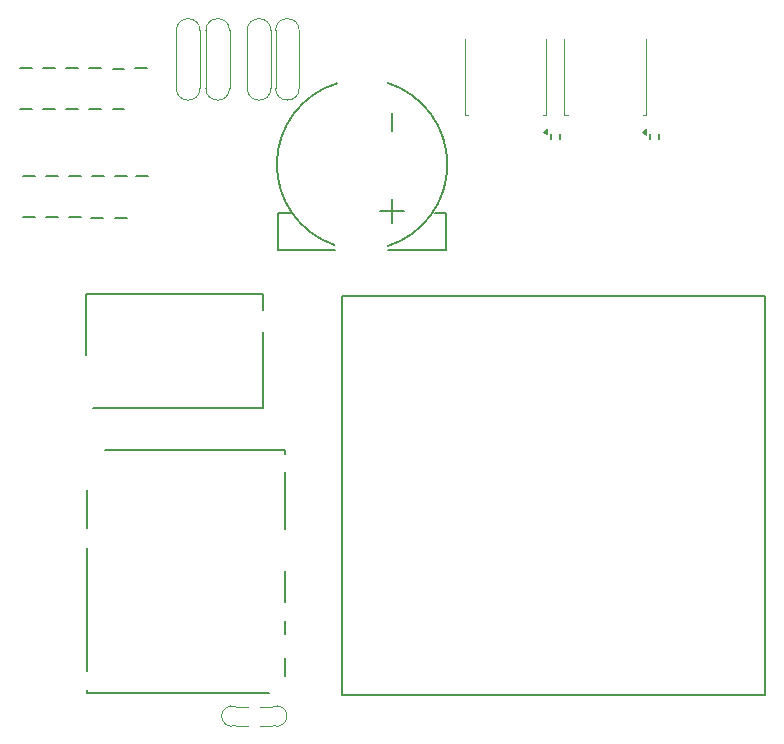
<source format=gbo>
G04 #@! TF.GenerationSoftware,KiCad,Pcbnew,8.0.9-8.0.9-0~ubuntu24.04.1*
G04 #@! TF.CreationDate,2025-11-11T04:04:05+00:00*
G04 #@! TF.ProjectId,PROLT,50524f4c-542e-46b6-9963-61645f706362,rev?*
G04 #@! TF.SameCoordinates,Original*
G04 #@! TF.FileFunction,Legend,Bot*
G04 #@! TF.FilePolarity,Positive*
%FSLAX46Y46*%
G04 Gerber Fmt 4.6, Leading zero omitted, Abs format (unit mm)*
G04 Created by KiCad (PCBNEW 8.0.9-8.0.9-0~ubuntu24.04.1) date 2025-11-11 04:04:05*
%MOMM*%
%LPD*%
G01*
G04 APERTURE LIST*
%ADD10C,0.120000*%
%ADD11C,0.200000*%
%ADD12C,0.099060*%
%ADD13C,0.203200*%
%ADD14C,0.150012*%
G04 APERTURE END LIST*
D10*
G04 #@! TO.C,F7*
X27400000Y55100000D02*
X27400000Y59950000D01*
X29400000Y55100000D02*
X29400000Y59950000D01*
X27400000Y59950000D02*
G75*
G02*
X29400000Y59950000I1000000J0D01*
G01*
X29400000Y55050000D02*
G75*
G02*
X27400000Y55050000I-1000000J0D01*
G01*
D11*
G04 #@! TO.C,M1*
X33000000Y3700000D02*
X33000000Y37500010D01*
X68799990Y37500010D02*
X33000000Y37500010D01*
X68799990Y3700000D02*
X33000000Y3700000D01*
X68799990Y3700000D02*
X68799990Y37500010D01*
D10*
G04 #@! TO.C,F5*
X21500000Y55100000D02*
X21500000Y59950000D01*
X23500000Y55100000D02*
X23500000Y59950000D01*
X21500000Y59950000D02*
G75*
G02*
X23500000Y59950000I1000000J0D01*
G01*
X23500000Y55050000D02*
G75*
G02*
X21500000Y55050000I-1000000J0D01*
G01*
D12*
G04 #@! TO.C,R16*
X24076000Y1100000D02*
X25092000Y1100000D01*
X25092000Y2700000D02*
X24076000Y2700000D01*
X26108000Y1100000D02*
X27124000Y1100000D01*
X27124000Y2700000D02*
X26108000Y2700000D01*
D10*
X24021000Y1098362D02*
G75*
G02*
X24025000Y2700000I-326000J801638D01*
G01*
X27175000Y2700000D02*
G75*
G02*
X27183602Y1096505I330000J-800000D01*
G01*
G04 #@! TO.C,F4*
X19000000Y55100000D02*
X19000000Y59950000D01*
X21000000Y55100000D02*
X21000000Y59950000D01*
X19000000Y59950000D02*
G75*
G02*
X21000000Y59950000I1000000J0D01*
G01*
X21000000Y55050000D02*
G75*
G02*
X19000000Y55050000I-1000000J0D01*
G01*
G04 #@! TO.C,F6*
X25000000Y55100000D02*
X25000000Y59950000D01*
X27000000Y55100000D02*
X27000000Y59950000D01*
X25000000Y59950000D02*
G75*
G02*
X27000000Y59950000I1000000J0D01*
G01*
X27000000Y55050000D02*
G75*
G02*
X25000000Y55050000I-1000000J0D01*
G01*
D11*
G04 #@! TO.C,M2*
X11362500Y37600000D02*
X11362500Y32500000D01*
X11962500Y28000000D02*
X26362500Y28000000D01*
X26362500Y37600000D02*
X11362500Y37600000D01*
X26362500Y37600000D02*
X26362500Y36300000D01*
X26362500Y28000000D02*
X26362500Y34400000D01*
G04 #@! TO.C,M3*
X11424999Y17824999D02*
X11424999Y21025002D01*
X11424999Y5724999D02*
X11424999Y16125001D01*
X11424999Y3824999D02*
X11424999Y4124999D01*
X11424999Y3824999D02*
X26824999Y3824999D01*
X12924999Y24424997D02*
X28224998Y24424999D01*
X28224996Y17725001D02*
X28224996Y22525001D01*
X28224996Y11524999D02*
X28224996Y14224999D01*
X28224996Y8825001D02*
X28224996Y9925004D01*
X28224996Y5274999D02*
X28225001Y6824999D01*
X28224998Y24125001D02*
X28224998Y24424999D01*
G04 #@! TO.C,C6*
X14600079Y53314993D02*
X13600079Y53314993D01*
G04 #@! TO.C,C11*
X10650015Y53300000D02*
X9650015Y53300000D01*
G04 #@! TO.C,C4*
X9650015Y56730002D02*
X10650015Y56730002D01*
G04 #@! TO.C,C18*
X9900000Y47600000D02*
X10900000Y47600000D01*
G04 #@! TO.C,C25*
X10900000Y44169998D02*
X9900000Y44169998D01*
G04 #@! TO.C,C24*
X8950015Y44169998D02*
X7950015Y44169998D01*
D13*
G04 #@! TO.C,R4*
X59125005Y51185000D02*
X59125015Y50785000D01*
X59870840Y51186056D02*
X59870851Y50786057D01*
D11*
G04 #@! TO.C,C9*
X6750045Y53300000D02*
X5750045Y53300000D01*
D10*
G04 #@! TO.C,Q4*
X51850000Y59210000D02*
X51850000Y52790000D01*
X51850000Y52790000D02*
X52120000Y52790000D01*
X58750000Y59210000D02*
X58750000Y52790000D01*
X58750000Y52790000D02*
X58480000Y52790000D01*
X58770000Y51130000D02*
X58440000Y51370000D01*
X58770000Y51610000D01*
X58770000Y51130000D01*
G36*
X58770000Y51130000D02*
G01*
X58440000Y51370000D01*
X58770000Y51610000D01*
X58770000Y51130000D01*
G37*
D11*
G04 #@! TO.C,C12*
X12600000Y53300000D02*
X11600000Y53300000D01*
G04 #@! TO.C,C10*
X8700030Y53300000D02*
X7700030Y53300000D01*
G04 #@! TO.C,C8*
X15500079Y56730002D02*
X16500079Y56730002D01*
G04 #@! TO.C,C16*
X6000030Y47600000D02*
X7000030Y47600000D01*
G04 #@! TO.C,C23*
X7000030Y44169998D02*
X6000030Y44169998D01*
G04 #@! TO.C,C20*
X13799970Y47600000D02*
X14799970Y47600000D01*
D14*
G04 #@! TO.C,BT1*
X27588000Y44535890D02*
X28788302Y44535890D01*
X27588000Y41379864D02*
X27588000Y44535890D01*
X27588000Y41379864D02*
X32468889Y41379864D01*
X36224000Y44688316D02*
X38256000Y44688316D01*
X36931110Y41379864D02*
X41812000Y41379864D01*
X37240000Y51419316D02*
X37240000Y52943316D01*
X37240000Y43672316D02*
X37240000Y45704316D01*
X40870600Y44535890D02*
X41812000Y44535890D01*
X41812000Y41379864D02*
X41812000Y44535890D01*
X32402548Y41784487D02*
G75*
G02*
X32576081Y55471406I2297434J6815431D01*
G01*
X36854049Y55517531D02*
G75*
G02*
X36875107Y41688883I-2154015J-6917620D01*
G01*
D13*
G04 #@! TO.C,R3*
X50702505Y51175000D02*
X50702515Y50775000D01*
X51448340Y51176056D02*
X51448351Y50776057D01*
D11*
G04 #@! TO.C,C15*
X14800000Y44100000D02*
X13800000Y44100000D01*
G04 #@! TO.C,C22*
X15600000Y47600000D02*
X16600000Y47600000D01*
G04 #@! TO.C,C19*
X11849985Y47600000D02*
X12849985Y47600000D01*
G04 #@! TO.C,C21*
X12800000Y44100000D02*
X11800000Y44100000D01*
D10*
G04 #@! TO.C,Q3*
X43425000Y59225000D02*
X43425000Y52805000D01*
X43425000Y52805000D02*
X43695000Y52805000D01*
X50325000Y59225000D02*
X50325000Y52805000D01*
X50325000Y52805000D02*
X50055000Y52805000D01*
X50345000Y51145000D02*
X50015000Y51385000D01*
X50345000Y51625000D01*
X50345000Y51145000D01*
G36*
X50345000Y51145000D02*
G01*
X50015000Y51385000D01*
X50345000Y51625000D01*
X50345000Y51145000D01*
G37*
D11*
G04 #@! TO.C,C2*
X5750045Y56730002D02*
X6750045Y56730002D01*
G04 #@! TO.C,C5*
X11600000Y56730002D02*
X12600000Y56730002D01*
G04 #@! TO.C,C3*
X7700030Y56730002D02*
X8700030Y56730002D01*
G04 #@! TO.C,C7*
X13600079Y56714993D02*
X14600079Y56714993D01*
G04 #@! TO.C,C17*
X7950015Y47600000D02*
X8950015Y47600000D01*
G04 #@! TD*
M02*

</source>
